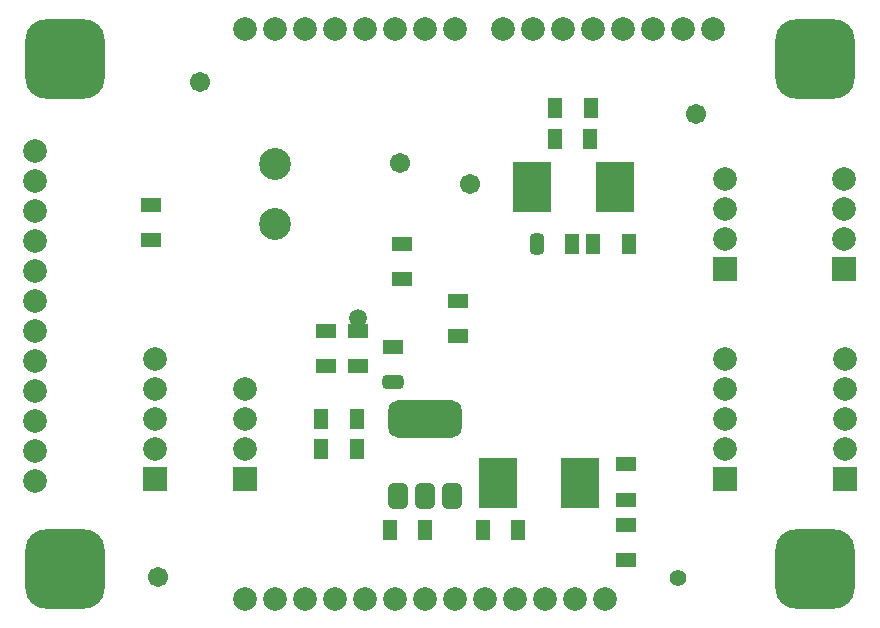
<source format=gts>
G04 Layer_Color=8388736*
%FSLAX44Y44*%
%MOMM*%
G71*
G01*
G75*
%ADD38R,1.8032X1.2032*%
G04:AMPARAMS|DCode=39|XSize=1.2032mm|YSize=1.8032mm|CornerRadius=0.3516mm|HoleSize=0mm|Usage=FLASHONLY|Rotation=90.000|XOffset=0mm|YOffset=0mm|HoleType=Round|Shape=RoundedRectangle|*
%AMROUNDEDRECTD39*
21,1,1.2032,1.1000,0,0,90.0*
21,1,0.5000,1.8032,0,0,90.0*
1,1,0.7032,0.5500,0.2500*
1,1,0.7032,0.5500,-0.2500*
1,1,0.7032,-0.5500,-0.2500*
1,1,0.7032,-0.5500,0.2500*
%
%ADD39ROUNDEDRECTD39*%
G04:AMPARAMS|DCode=40|XSize=1.7032mm|YSize=2.2032mm|CornerRadius=0.4766mm|HoleSize=0mm|Usage=FLASHONLY|Rotation=0.000|XOffset=0mm|YOffset=0mm|HoleType=Round|Shape=RoundedRectangle|*
%AMROUNDEDRECTD40*
21,1,1.7032,1.2500,0,0,0.0*
21,1,0.7500,2.2032,0,0,0.0*
1,1,0.9532,0.3750,-0.6250*
1,1,0.9532,-0.3750,-0.6250*
1,1,0.9532,-0.3750,0.6250*
1,1,0.9532,0.3750,0.6250*
%
%ADD40ROUNDEDRECTD40*%
G04:AMPARAMS|DCode=41|XSize=6.2032mm|YSize=3.2032mm|CornerRadius=0.8516mm|HoleSize=0mm|Usage=FLASHONLY|Rotation=0.000|XOffset=0mm|YOffset=0mm|HoleType=Round|Shape=RoundedRectangle|*
%AMROUNDEDRECTD41*
21,1,6.2032,1.5000,0,0,0.0*
21,1,4.5000,3.2032,0,0,0.0*
1,1,1.7032,2.2500,-0.7500*
1,1,1.7032,-2.2500,-0.7500*
1,1,1.7032,-2.2500,0.7500*
1,1,1.7032,2.2500,0.7500*
%
%ADD41ROUNDEDRECTD41*%
%ADD42R,1.2032X1.8032*%
%ADD43R,3.2032X4.2032*%
G04:AMPARAMS|DCode=44|XSize=1.2032mm|YSize=1.8032mm|CornerRadius=0.3516mm|HoleSize=0mm|Usage=FLASHONLY|Rotation=180.000|XOffset=0mm|YOffset=0mm|HoleType=Round|Shape=RoundedRectangle|*
%AMROUNDEDRECTD44*
21,1,1.2032,1.1000,0,0,180.0*
21,1,0.5000,1.8032,0,0,180.0*
1,1,0.7032,-0.2500,0.5500*
1,1,0.7032,0.2500,0.5500*
1,1,0.7032,0.2500,-0.5500*
1,1,0.7032,-0.2500,-0.5500*
%
%ADD44ROUNDEDRECTD44*%
%ADD45C,2.7032*%
%ADD46R,2.0032X2.0032*%
%ADD47C,2.0032*%
G04:AMPARAMS|DCode=48|XSize=6.7032mm|YSize=6.7032mm|CornerRadius=1.7266mm|HoleSize=0mm|Usage=FLASHONLY|Rotation=0.000|XOffset=0mm|YOffset=0mm|HoleType=Round|Shape=RoundedRectangle|*
%AMROUNDEDRECTD48*
21,1,6.7032,3.2500,0,0,0.0*
21,1,3.2500,6.7032,0,0,0.0*
1,1,3.4532,1.6250,-1.6250*
1,1,3.4532,-1.6250,-1.6250*
1,1,3.4532,-1.6250,1.6250*
1,1,3.4532,1.6250,1.6250*
%
%ADD48ROUNDEDRECTD48*%
%ADD49C,1.5032*%
%ADD50C,1.4032*%
%ADD51C,1.7032*%
D38*
X123698Y360440D02*
D03*
Y330440D02*
D03*
X383286Y279174D02*
D03*
Y249174D02*
D03*
X328930Y240044D02*
D03*
X525780Y89690D02*
D03*
Y59690D02*
D03*
Y140730D02*
D03*
Y110730D02*
D03*
X271780Y224014D02*
D03*
Y254014D02*
D03*
X298958Y223760D02*
D03*
Y253760D02*
D03*
X336042Y297674D02*
D03*
Y327674D02*
D03*
D39*
X328930Y210044D02*
D03*
D40*
X378500Y114070D02*
D03*
X332700D02*
D03*
X355600D02*
D03*
D41*
Y179070D02*
D03*
D42*
X434594Y85344D02*
D03*
X404594D02*
D03*
X297942Y178816D02*
D03*
X267942D02*
D03*
X297702Y153416D02*
D03*
X267702D02*
D03*
X325854Y85344D02*
D03*
X355854D02*
D03*
X495568Y416560D02*
D03*
X465568D02*
D03*
X465822Y442468D02*
D03*
X495822D02*
D03*
X528080Y327660D02*
D03*
X498080D02*
D03*
X480060D02*
D03*
D43*
X487172Y124968D02*
D03*
X417172D02*
D03*
X446584Y375412D02*
D03*
X516584D02*
D03*
D44*
X450060Y327660D02*
D03*
D45*
X228600Y394770D02*
D03*
Y344370D02*
D03*
D46*
X203200Y128270D02*
D03*
X127000D02*
D03*
X710800Y306070D02*
D03*
X609600Y128270D02*
D03*
X711200D02*
D03*
X609600Y306070D02*
D03*
D47*
X203200Y153670D02*
D03*
Y179070D02*
D03*
Y204470D02*
D03*
X127000Y153670D02*
D03*
Y179070D02*
D03*
Y204470D02*
D03*
Y229870D02*
D03*
X710800Y382270D02*
D03*
Y356870D02*
D03*
Y331470D02*
D03*
X609600Y153670D02*
D03*
Y179070D02*
D03*
Y204470D02*
D03*
Y229870D02*
D03*
X711200Y153670D02*
D03*
Y179070D02*
D03*
Y204470D02*
D03*
Y229870D02*
D03*
X609600Y382270D02*
D03*
Y356870D02*
D03*
Y331470D02*
D03*
X25400Y254000D02*
D03*
Y279400D02*
D03*
Y304800D02*
D03*
Y330200D02*
D03*
Y355600D02*
D03*
Y228600D02*
D03*
Y203200D02*
D03*
Y177800D02*
D03*
Y152400D02*
D03*
Y127000D02*
D03*
Y381000D02*
D03*
Y406400D02*
D03*
X548640Y509270D02*
D03*
X574040D02*
D03*
X599440D02*
D03*
X523240D02*
D03*
X497840D02*
D03*
X472440D02*
D03*
X447040D02*
D03*
X421640D02*
D03*
X330200D02*
D03*
X355600D02*
D03*
X381000D02*
D03*
X304800D02*
D03*
X279400D02*
D03*
X254000D02*
D03*
X228600D02*
D03*
X203200D02*
D03*
X330200Y26670D02*
D03*
X355600D02*
D03*
X381000D02*
D03*
X406400D02*
D03*
X431800D02*
D03*
X304800D02*
D03*
X279400D02*
D03*
X254000D02*
D03*
X228600D02*
D03*
X203200D02*
D03*
X457200D02*
D03*
X508000D02*
D03*
X482600D02*
D03*
D48*
X685800Y52070D02*
D03*
X50800D02*
D03*
X685800Y483870D02*
D03*
X50800D02*
D03*
D49*
X299212Y264922D02*
D03*
D50*
X570230Y44196D02*
D03*
D51*
X129540Y45720D02*
D03*
X165100Y464820D02*
D03*
X334518Y395732D02*
D03*
X585470Y437642D02*
D03*
X393700Y378460D02*
D03*
M02*

</source>
